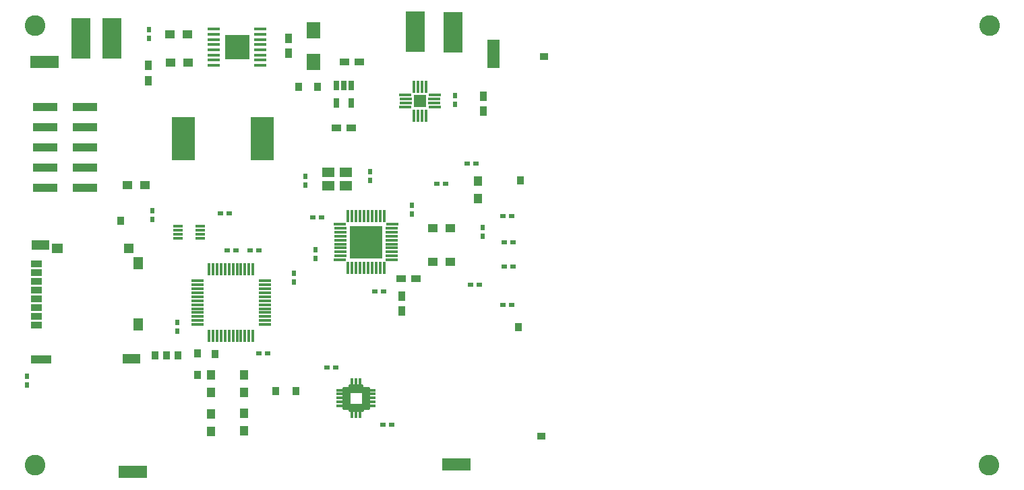
<source format=gbr>
G04 #@! TF.FileFunction,Soldermask,Top*
%FSLAX46Y46*%
G04 Gerber Fmt 4.6, Leading zero omitted, Abs format (unit mm)*
G04 Created by KiCad (PCBNEW 4.0.6) date 05/01/18 07:54:48*
%MOMM*%
%LPD*%
G01*
G04 APERTURE LIST*
%ADD10C,0.100000*%
%ADD11C,0.381000*%
%ADD12R,1.101600X0.851600*%
%ADD13R,1.168400X0.355600*%
%ADD14R,1.501600X1.301600*%
%ADD15R,0.381000X1.574800*%
%ADD16R,1.574800X0.381000*%
%ADD17R,1.574800X0.457200*%
%ADD18R,3.098800X3.098800*%
%ADD19R,0.406400X1.601600*%
%ADD20R,1.551600X0.406400*%
%ADD21R,1.601600X0.406400*%
%ADD22R,1.549400X1.549400*%
%ADD23R,0.701600X0.601600*%
%ADD24R,0.601600X0.701600*%
%ADD25R,0.851600X1.301600*%
%ADD26R,1.701600X2.101600*%
%ADD27R,1.301600X0.851600*%
%ADD28R,1.001600X1.301600*%
%ADD29R,2.351600X5.101600*%
%ADD30R,1.341600X0.901600*%
%ADD31R,2.601600X1.051600*%
%ADD32R,2.301600X1.251600*%
%ADD33R,1.351600X1.261600*%
%ADD34R,1.301600X1.261600*%
%ADD35R,1.251600X1.601600*%
%ADD36R,3.001600X5.501600*%
%ADD37R,1.301600X1.001600*%
%ADD38R,0.751600X1.161600*%
%ADD39R,0.851600X1.101600*%
%ADD40R,3.601600X1.601600*%
%ADD41R,3.101600X1.101600*%
%ADD42C,2.601600*%
%ADD43R,1.601600X3.601600*%
%ADD44R,4.101600X4.101600*%
%ADD45R,0.351600X1.601600*%
%ADD46R,1.551600X0.351600*%
%ADD47R,1.601600X0.351600*%
%ADD48R,0.351600X1.551600*%
%ADD49R,0.451600X1.621600*%
%ADD50R,1.621600X0.451600*%
G04 APERTURE END LIST*
D10*
D11*
G36*
X97842740Y-83362000D02*
X98457500Y-83362000D01*
X98457500Y-83799576D01*
X97842740Y-83799576D01*
X97842740Y-83362000D01*
G37*
X97842740Y-83362000D02*
X98457500Y-83362000D01*
X98457500Y-83799576D01*
X97842740Y-83799576D01*
X97842740Y-83362000D01*
G36*
X97842630Y-83862000D02*
X98457500Y-83862000D01*
X98457500Y-84301110D01*
X97842630Y-84301110D01*
X97842630Y-83862000D01*
G37*
X97842630Y-83862000D02*
X98457500Y-83862000D01*
X98457500Y-84301110D01*
X97842630Y-84301110D01*
X97842630Y-83862000D01*
G36*
X97842520Y-84362000D02*
X98457500Y-84362000D01*
X98457500Y-84802717D01*
X97842520Y-84802717D01*
X97842520Y-84362000D01*
G37*
X97842520Y-84362000D02*
X98457500Y-84362000D01*
X98457500Y-84802717D01*
X97842520Y-84802717D01*
X97842520Y-84362000D01*
G36*
X97844610Y-84862000D02*
X98457500Y-84862000D01*
X98457500Y-85303359D01*
X97844610Y-85303359D01*
X97844610Y-84862000D01*
G37*
X97844610Y-84862000D02*
X98457500Y-84862000D01*
X98457500Y-85303359D01*
X97844610Y-85303359D01*
X97844610Y-84862000D01*
G36*
X97844560Y-85362000D02*
X98457500Y-85362000D01*
X98457500Y-85804340D01*
X97844560Y-85804340D01*
X97844560Y-85362000D01*
G37*
X97844560Y-85362000D02*
X98457500Y-85362000D01*
X98457500Y-85804340D01*
X97844560Y-85804340D01*
X97844560Y-85362000D01*
G36*
X100907500Y-85302467D02*
X100298097Y-85302467D01*
X100298097Y-84862000D01*
X100907500Y-84862000D01*
X100907500Y-85302467D01*
G37*
X100907500Y-85302467D02*
X100298097Y-85302467D01*
X100298097Y-84862000D01*
X100907500Y-84862000D01*
X100907500Y-85302467D01*
G36*
X100907500Y-84802569D02*
X100299879Y-84802569D01*
X100299879Y-84362000D01*
X100907500Y-84362000D01*
X100907500Y-84802569D01*
G37*
X100907500Y-84802569D02*
X100299879Y-84802569D01*
X100299879Y-84362000D01*
X100907500Y-84362000D01*
X100907500Y-84802569D01*
G36*
X100907500Y-84301610D02*
X100298781Y-84301610D01*
X100298781Y-83862000D01*
X100907500Y-83862000D01*
X100907500Y-84301610D01*
G37*
X100907500Y-84301610D02*
X100298781Y-84301610D01*
X100298781Y-83862000D01*
X100907500Y-83862000D01*
X100907500Y-84301610D01*
G36*
X100907500Y-83800763D02*
X100298959Y-83800763D01*
X100298959Y-83362000D01*
X100907500Y-83362000D01*
X100907500Y-83800763D01*
G37*
X100907500Y-83800763D02*
X100298959Y-83800763D01*
X100298959Y-83362000D01*
X100907500Y-83362000D01*
X100907500Y-83800763D01*
G36*
X100907500Y-85805670D02*
X100300265Y-85805670D01*
X100300265Y-85362000D01*
X100907500Y-85362000D01*
X100907500Y-85805670D01*
G37*
X100907500Y-85805670D02*
X100300265Y-85805670D01*
X100300265Y-85362000D01*
X100907500Y-85362000D01*
X100907500Y-85805670D01*
G36*
X99656120Y-86113380D02*
X99656120Y-85503811D01*
X100099311Y-85503811D01*
X100099311Y-86113380D01*
X99656120Y-86113380D01*
G37*
X99656120Y-86113380D02*
X99656120Y-85503811D01*
X100099311Y-85503811D01*
X100099311Y-86113380D01*
X99656120Y-86113380D01*
G36*
X99156557Y-86112940D02*
X99156557Y-85502614D01*
X99598114Y-85502614D01*
X99598114Y-86112940D01*
X99156557Y-86112940D01*
G37*
X99156557Y-86112940D02*
X99156557Y-85502614D01*
X99598114Y-85502614D01*
X99598114Y-86112940D01*
X99156557Y-86112940D01*
G36*
X98655632Y-86113870D02*
X98655632Y-85502531D01*
X99098031Y-85502531D01*
X99098031Y-86113870D01*
X98655632Y-86113870D01*
G37*
X98655632Y-86113870D02*
X98655632Y-85502531D01*
X99098031Y-85502531D01*
X99098031Y-86113870D01*
X98655632Y-86113870D01*
G36*
X100097343Y-83051840D02*
X100097343Y-83661768D01*
X99657732Y-83661768D01*
X99657732Y-83051840D01*
X100097343Y-83051840D01*
G37*
X100097343Y-83051840D02*
X100097343Y-83661768D01*
X99657732Y-83661768D01*
X99657732Y-83051840D01*
X100097343Y-83051840D01*
G36*
X99596768Y-83051270D02*
X99596768Y-83661610D01*
X99157890Y-83661610D01*
X99157890Y-83051270D01*
X99596768Y-83051270D01*
G37*
X99596768Y-83051270D02*
X99596768Y-83661610D01*
X99157890Y-83661610D01*
X99157890Y-83051270D01*
X99596768Y-83051270D01*
G36*
X99096077Y-83050580D02*
X99096077Y-83661842D01*
X98657658Y-83661842D01*
X98657658Y-83050580D01*
X99096077Y-83050580D01*
G37*
X99096077Y-83050580D02*
X99096077Y-83661842D01*
X98657658Y-83661842D01*
X98657658Y-83050580D01*
X99096077Y-83050580D01*
D12*
X122682000Y-89408000D03*
X123037600Y-41605200D03*
D13*
X77000100Y-62928500D03*
X77000100Y-63436500D03*
X77000100Y-63944500D03*
X77000100Y-64452500D03*
X79844900Y-64452500D03*
X79844900Y-63944500D03*
X79844900Y-63436500D03*
X79844900Y-62928500D03*
D14*
X98128000Y-57873000D03*
X95928000Y-57873000D03*
X98128000Y-56173000D03*
X95928000Y-56173000D03*
D15*
X86436200Y-68364100D03*
X85953600Y-68364100D03*
X85445600Y-68364100D03*
X84937600Y-68364100D03*
X84455000Y-68364100D03*
X83947000Y-68364100D03*
X83439000Y-68364100D03*
X82931000Y-68364100D03*
X82448400Y-68364100D03*
X81940400Y-68364100D03*
X81432400Y-68364100D03*
X80949800Y-68364100D03*
D16*
X79476600Y-69837300D03*
X79476600Y-70319900D03*
X79476600Y-70827900D03*
X79476600Y-71335900D03*
X79476600Y-71818500D03*
X79476600Y-72326500D03*
X79476600Y-72834500D03*
X79476600Y-73342500D03*
X79476600Y-73825100D03*
X79476600Y-74333100D03*
X79476600Y-74841100D03*
X79476600Y-75323700D03*
D15*
X80949800Y-76796900D03*
X81432400Y-76796900D03*
X81940400Y-76796900D03*
X82448400Y-76796900D03*
X82931000Y-76796900D03*
X83439000Y-76796900D03*
X83947000Y-76796900D03*
X84455000Y-76796900D03*
X84937600Y-76796900D03*
X85445600Y-76796900D03*
X85953600Y-76796900D03*
X86436200Y-76796900D03*
D16*
X87909400Y-75323700D03*
X87909400Y-74841100D03*
X87909400Y-74333100D03*
X87909400Y-73825100D03*
X87909400Y-73342500D03*
X87909400Y-72834500D03*
X87909400Y-72326500D03*
X87909400Y-71818500D03*
X87909400Y-71335900D03*
X87909400Y-70827900D03*
X87909400Y-70319900D03*
X87909400Y-69837300D03*
D17*
X81534000Y-38163500D03*
X81534000Y-38823900D03*
X81534000Y-39484300D03*
X81534000Y-40119300D03*
X81534000Y-40779700D03*
X81534000Y-41414700D03*
X81534000Y-42075100D03*
X81534000Y-42735500D03*
X87376000Y-42735500D03*
X87376000Y-42075100D03*
X87376000Y-41414700D03*
X87376000Y-40779700D03*
X87376000Y-40119300D03*
X87376000Y-39484300D03*
X87376000Y-38823900D03*
X87376000Y-38163500D03*
D18*
X84455000Y-40449500D03*
D19*
X106680000Y-49035400D03*
X107188000Y-49035400D03*
X107696000Y-49035400D03*
X108204000Y-49035400D03*
D20*
X109283400Y-48006000D03*
D21*
X109233400Y-47498000D03*
X109233400Y-46990000D03*
D20*
X109283400Y-46482000D03*
D19*
X108204000Y-45452600D03*
X107696000Y-45452600D03*
X107188000Y-45452600D03*
X106680000Y-45452600D03*
D20*
X105600600Y-46482000D03*
D21*
X105650600Y-46990000D03*
X105650600Y-47498000D03*
D20*
X105600600Y-48006000D03*
D22*
X107442000Y-47244000D03*
D23*
X83206500Y-65976500D03*
X84306500Y-65976500D03*
D24*
X91567000Y-68855500D03*
X91567000Y-69955500D03*
D23*
X88307000Y-78994000D03*
X87207000Y-78994000D03*
D24*
X76962000Y-76178500D03*
X76962000Y-75078500D03*
X73406000Y-39348500D03*
X73406000Y-38248500D03*
D23*
X86064000Y-65976500D03*
X87164000Y-65976500D03*
D25*
X73279000Y-42738000D03*
X73279000Y-44638000D03*
X90932000Y-39309000D03*
X90932000Y-41209000D03*
D26*
X94043500Y-38322500D03*
X94043500Y-42322500D03*
D27*
X97919500Y-42291000D03*
X99819500Y-42291000D03*
X98803500Y-50609500D03*
X96903500Y-50609500D03*
D23*
X95779500Y-80708500D03*
X96879500Y-80708500D03*
X102764500Y-87947500D03*
X103864500Y-87947500D03*
D24*
X58039000Y-81809500D03*
X58039000Y-82909500D03*
X111823500Y-46567000D03*
X111823500Y-47667000D03*
D25*
X115379500Y-46611500D03*
X115379500Y-48511500D03*
D24*
X101155500Y-56092000D03*
X101155500Y-57192000D03*
X93027500Y-57827000D03*
X93027500Y-56727000D03*
D27*
X105031500Y-69532500D03*
X106931500Y-69532500D03*
D25*
X105156000Y-71757500D03*
X105156000Y-73657500D03*
D23*
X95101500Y-61849000D03*
X94001500Y-61849000D03*
D24*
X94297500Y-65934500D03*
X94297500Y-67034500D03*
X106426000Y-61446500D03*
X106426000Y-60346500D03*
D23*
X102848500Y-71183500D03*
X101748500Y-71183500D03*
X109559000Y-57658000D03*
X110659000Y-57658000D03*
X113369000Y-55054500D03*
X114469000Y-55054500D03*
D24*
X115316000Y-64240500D03*
X115316000Y-63140500D03*
D23*
X117814000Y-61722000D03*
X118914000Y-61722000D03*
X118004500Y-64960500D03*
X119104500Y-64960500D03*
X119104500Y-68072000D03*
X118004500Y-68072000D03*
X113750000Y-70358000D03*
X114850000Y-70358000D03*
X117877500Y-72898000D03*
X118977500Y-72898000D03*
X82381000Y-61341000D03*
X83481000Y-61341000D03*
D24*
X73850500Y-61045000D03*
X73850500Y-62145000D03*
D28*
X81153000Y-88793500D03*
X81153000Y-86593500D03*
X85344000Y-88730000D03*
X85344000Y-86530000D03*
D29*
X68738500Y-39370000D03*
X64801500Y-39370000D03*
X111537500Y-38608000D03*
X106838500Y-38481000D03*
D30*
X59240500Y-75417000D03*
X59240500Y-74317000D03*
X59240500Y-73217000D03*
X59240500Y-72117000D03*
X59240500Y-71017000D03*
X59240500Y-69917000D03*
X59240500Y-68817000D03*
X59240500Y-67717000D03*
D31*
X59870500Y-79762000D03*
D32*
X59720500Y-65372000D03*
D33*
X61870500Y-65777000D03*
D34*
X70870500Y-65777000D03*
D32*
X71200500Y-79662000D03*
D35*
X71995500Y-75357000D03*
X71995500Y-67577000D03*
D36*
X77727000Y-51943000D03*
X87627000Y-51943000D03*
D37*
X109009000Y-63246000D03*
X111209000Y-63246000D03*
X109009000Y-67437000D03*
X111209000Y-67437000D03*
D28*
X81153000Y-81640500D03*
X81153000Y-83840500D03*
X85344000Y-81640500D03*
X85344000Y-83840500D03*
D37*
X76116000Y-42354500D03*
X78316000Y-42354500D03*
X76052500Y-38798500D03*
X78252500Y-38798500D03*
X72918500Y-57785000D03*
X70718500Y-57785000D03*
D28*
X114681000Y-57320000D03*
X114681000Y-59520000D03*
D38*
X98803500Y-45255000D03*
X97853500Y-45255000D03*
X96903500Y-45255000D03*
X96903500Y-47455000D03*
X98803500Y-47455000D03*
D39*
X94538800Y-45415200D03*
X92151200Y-45415200D03*
X120040400Y-57200800D03*
X119786400Y-75692000D03*
X89306400Y-83718400D03*
X81686400Y-79044800D03*
X79451200Y-81686400D03*
X91846400Y-83718400D03*
X79451200Y-78994000D03*
D40*
X71374000Y-93878400D03*
D39*
X69850000Y-62280800D03*
X75565000Y-79184500D03*
X77012800Y-79197200D03*
X74168000Y-79184500D03*
D41*
X60345000Y-58166000D03*
X65385000Y-58166000D03*
X60345000Y-55626000D03*
X65385000Y-55626000D03*
X60345000Y-53086000D03*
X65385000Y-53086000D03*
X60345000Y-50546000D03*
X65385000Y-50546000D03*
X60345000Y-48006000D03*
X65385000Y-48006000D03*
D42*
X59055000Y-37719000D03*
X59055000Y-93027500D03*
X178943000Y-37719000D03*
X178879500Y-93027500D03*
D40*
X112014000Y-92964000D03*
D43*
X116636800Y-41249600D03*
D40*
X60299600Y-42316400D03*
D44*
X100647500Y-64960500D03*
D45*
X98897500Y-68200500D03*
X98397500Y-68200500D03*
D46*
X97357500Y-67210500D03*
D47*
X97407500Y-66710500D03*
X97407500Y-66210500D03*
X97407500Y-65710500D03*
X97407500Y-65210500D03*
X97407500Y-64710500D03*
X97407500Y-64210500D03*
X97407500Y-63710500D03*
X97407500Y-63210500D03*
D46*
X97357500Y-62710500D03*
D45*
X98397500Y-61720500D03*
X98897500Y-61720500D03*
X99397500Y-61720500D03*
X99897500Y-61720500D03*
X100397500Y-61720500D03*
X100897500Y-61720500D03*
X101397500Y-61720500D03*
X101897500Y-61720500D03*
X102397500Y-61720500D03*
X102897500Y-61720500D03*
D46*
X103937500Y-62710500D03*
D47*
X103887500Y-63210500D03*
X103887500Y-63710500D03*
X103887500Y-64210500D03*
X103887500Y-64710500D03*
X103887500Y-65210500D03*
X103887500Y-65710500D03*
X103887500Y-66210500D03*
X103887500Y-66710500D03*
X103887500Y-67210500D03*
D45*
X99397500Y-68200500D03*
X99897500Y-68200500D03*
X100397500Y-68200500D03*
X100897500Y-68200500D03*
X101397500Y-68200500D03*
X101897500Y-68200500D03*
X102397500Y-68200500D03*
D48*
X102897500Y-68250500D03*
D49*
X98877500Y-86307000D03*
X99377500Y-86307000D03*
X99877500Y-86307000D03*
D50*
X101102500Y-85582000D03*
X101102500Y-85082000D03*
X101102500Y-84582000D03*
X101102500Y-84082000D03*
X101102500Y-83582000D03*
D49*
X99877500Y-82857000D03*
X99377500Y-82857000D03*
X98877500Y-82857000D03*
D50*
X97652500Y-83582000D03*
X97652500Y-84082000D03*
X97652500Y-84582000D03*
X97652500Y-85082000D03*
X97652500Y-85582000D03*
M02*

</source>
